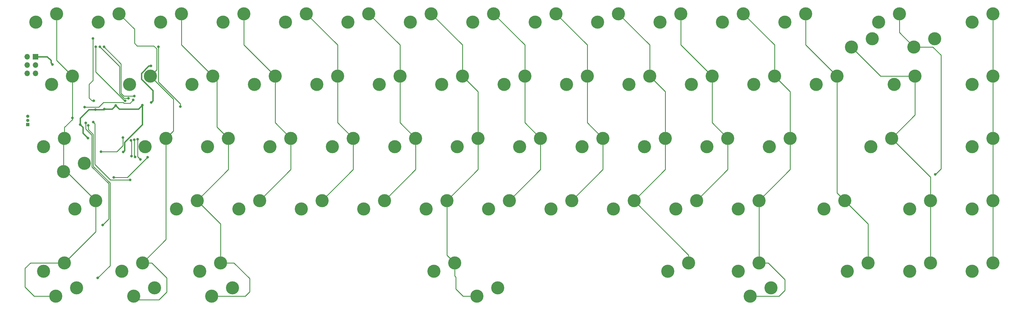
<source format=gtl>
G04 #@! TF.GenerationSoftware,KiCad,Pcbnew,(6.0.0-0)*
G04 #@! TF.CreationDate,2022-07-22T22:21:07+01:00*
G04 #@! TF.ProjectId,bakeneko-65-pcb,62616b65-6e65-46b6-9f2d-36352d706362,rev?*
G04 #@! TF.SameCoordinates,Original*
G04 #@! TF.FileFunction,Copper,L1,Top*
G04 #@! TF.FilePolarity,Positive*
%FSLAX46Y46*%
G04 Gerber Fmt 4.6, Leading zero omitted, Abs format (unit mm)*
G04 Created by KiCad (PCBNEW (6.0.0-0)) date 2022-07-22 22:21:07*
%MOMM*%
%LPD*%
G01*
G04 APERTURE LIST*
G04 #@! TA.AperFunction,ComponentPad*
%ADD10R,1.000000X1.000000*%
G04 #@! TD*
G04 #@! TA.AperFunction,ComponentPad*
%ADD11O,1.000000X1.000000*%
G04 #@! TD*
G04 #@! TA.AperFunction,ComponentPad*
%ADD12O,1.700000X1.700000*%
G04 #@! TD*
G04 #@! TA.AperFunction,ComponentPad*
%ADD13R,1.700000X1.700000*%
G04 #@! TD*
G04 #@! TA.AperFunction,ComponentPad*
%ADD14C,4.000000*%
G04 #@! TD*
G04 #@! TA.AperFunction,ViaPad*
%ADD15C,0.800000*%
G04 #@! TD*
G04 #@! TA.AperFunction,Conductor*
%ADD16C,0.381000*%
G04 #@! TD*
G04 #@! TA.AperFunction,Conductor*
%ADD17C,0.250000*%
G04 #@! TD*
G04 APERTURE END LIST*
D10*
X2730000Y-37850000D03*
D11*
X2730000Y-36580000D03*
X2730000Y-35310000D03*
D12*
X2535000Y-22155000D03*
X5075000Y-22155000D03*
X2535000Y-19615000D03*
X5075000Y-19615000D03*
X2535000Y-17075000D03*
D13*
X5075000Y-17075000D03*
D14*
X5190000Y-6460000D03*
X11540000Y-3920000D03*
X24240000Y-6460000D03*
X30590000Y-3920000D03*
X43290000Y-6460000D03*
X49640000Y-3920000D03*
X62340000Y-6460000D03*
X68690000Y-3920000D03*
X81390000Y-6460000D03*
X87740000Y-3920000D03*
X100440000Y-6460000D03*
X106790000Y-3920000D03*
X119490000Y-6460000D03*
X125840000Y-3920000D03*
X157590000Y-6460000D03*
X163940000Y-3920000D03*
X176640000Y-6460000D03*
X182990000Y-3920000D03*
X195690000Y-6460000D03*
X202040000Y-3920000D03*
X214740000Y-6460000D03*
X221090000Y-3920000D03*
X233790000Y-6460000D03*
X240140000Y-3920000D03*
X260460000Y-11540000D03*
X254110000Y-14080000D03*
X262365000Y-6460000D03*
X268715000Y-3920000D03*
X9952500Y-25510000D03*
X16302500Y-22970000D03*
X33765000Y-25510000D03*
X40115000Y-22970000D03*
X52815000Y-25510000D03*
X59165000Y-22970000D03*
X71865000Y-25510000D03*
X78215000Y-22970000D03*
X90915000Y-25510000D03*
X97265000Y-22970000D03*
X109965000Y-25510000D03*
X116315000Y-22970000D03*
X129015000Y-25510000D03*
X135365000Y-22970000D03*
X148065000Y-25510000D03*
X154415000Y-22970000D03*
X167115000Y-25510000D03*
X173465000Y-22970000D03*
X186165000Y-25510000D03*
X192515000Y-22970000D03*
X205215000Y-25510000D03*
X211565000Y-22970000D03*
X224265000Y-25510000D03*
X230615000Y-22970000D03*
X243315000Y-25510000D03*
X249665000Y-22970000D03*
X267127500Y-25510000D03*
X273477500Y-22970000D03*
X290940000Y-25510000D03*
X297290000Y-22970000D03*
X7571250Y-44560000D03*
X13921250Y-42020000D03*
X19953750Y-49640000D03*
X13603750Y-52180000D03*
X38527500Y-44560000D03*
X44877500Y-42020000D03*
X57577500Y-44560000D03*
X63927500Y-42020000D03*
X76627500Y-44560000D03*
X82977500Y-42020000D03*
X95677500Y-44560000D03*
X102027500Y-42020000D03*
X114727500Y-44560000D03*
X121077500Y-42020000D03*
X133777500Y-44560000D03*
X140127500Y-42020000D03*
X152827500Y-44560000D03*
X159177500Y-42020000D03*
X171877500Y-44560000D03*
X178227500Y-42020000D03*
X190927500Y-44560000D03*
X197277500Y-42020000D03*
X209977500Y-44560000D03*
X216327500Y-42020000D03*
X229027500Y-44560000D03*
X235377500Y-42020000D03*
X259983750Y-44560000D03*
X266333750Y-42020000D03*
X290940000Y-44560000D03*
X297290000Y-42020000D03*
X17096250Y-63610000D03*
X23446250Y-61070000D03*
X48052500Y-63610000D03*
X54402500Y-61070000D03*
X67102500Y-63610000D03*
X73452500Y-61070000D03*
X86152500Y-63610000D03*
X92502500Y-61070000D03*
X105202500Y-63610000D03*
X111552500Y-61070000D03*
X124252500Y-63610000D03*
X130602500Y-61070000D03*
X143302500Y-63610000D03*
X149652500Y-61070000D03*
X162352500Y-63610000D03*
X168702500Y-61070000D03*
X181402500Y-63610000D03*
X187752500Y-61070000D03*
X200452500Y-63610000D03*
X206802500Y-61070000D03*
X219502500Y-63610000D03*
X225852500Y-61070000D03*
X245696250Y-63610000D03*
X252046250Y-61070000D03*
X271890000Y-63610000D03*
X278240000Y-61070000D03*
X290940000Y-63610000D03*
X297290000Y-61070000D03*
X17572500Y-87740000D03*
X11222500Y-90280000D03*
X41385000Y-87740000D03*
X35035000Y-90280000D03*
X65197500Y-87740000D03*
X58847500Y-90280000D03*
X198071250Y-82660000D03*
X204421250Y-80120000D03*
X219502500Y-82660000D03*
X225852500Y-80120000D03*
X252840000Y-82660000D03*
X259190000Y-80120000D03*
X271890000Y-82660000D03*
X278240000Y-80120000D03*
X290940000Y-82660000D03*
X297290000Y-80120000D03*
X229503750Y-87740000D03*
X223153750Y-90280000D03*
X146160000Y-87740000D03*
X139810000Y-90280000D03*
X138540000Y-6460000D03*
X144890000Y-3920000D03*
X290940000Y-6460000D03*
X297290000Y-3920000D03*
X279510000Y-11540000D03*
X273160000Y-14080000D03*
X7571250Y-82660000D03*
X13921250Y-80120000D03*
X31383750Y-82660000D03*
X37733750Y-80120000D03*
X55196250Y-82660000D03*
X61546250Y-80120000D03*
X126633750Y-82660000D03*
X132983750Y-80120000D03*
D15*
X18740000Y-37840000D03*
X40277500Y-19880000D03*
X10251485Y-19431484D03*
X40375844Y-31079905D03*
X25050000Y-46150000D03*
X31750000Y-41800000D03*
X22603750Y-11443750D03*
X22893750Y-30565000D03*
X34900000Y-30310000D03*
X20100000Y-32460000D03*
X28943750Y-53970000D03*
X39300000Y-47800000D03*
X25550000Y-68550000D03*
X20428615Y-37288615D03*
X24087500Y-84737500D03*
X21153115Y-38034250D03*
X49249145Y-32284605D03*
X42553750Y-14020002D03*
X33475734Y-29774500D03*
X24710000Y-14020002D03*
X32450000Y-30550000D03*
X23460000Y-14020002D03*
X25960000Y-14020002D03*
X35200000Y-29050000D03*
X16302500Y-35811250D03*
X33944842Y-54755158D03*
X22650000Y-37034250D03*
X34224020Y-42656576D03*
X34405171Y-47444829D03*
X35206034Y-42470422D03*
X35480103Y-47701331D03*
X279650000Y-53050000D03*
X36239800Y-42335884D03*
X37050000Y-48500000D03*
X21050000Y-41950000D03*
X23350000Y-33250000D03*
X26050000Y-33100000D03*
X37720180Y-31870180D03*
X31844453Y-46155547D03*
X29561413Y-32011413D03*
D16*
X21350000Y-33250000D02*
X23350000Y-33250000D01*
X18740000Y-37840000D02*
X18740000Y-35860000D01*
X19550000Y-40450000D02*
X21050000Y-41950000D01*
X18740000Y-35860000D02*
X21350000Y-33250000D01*
X18740000Y-37840000D02*
X19550000Y-38650000D01*
X19550000Y-38650000D02*
X19550000Y-40450000D01*
X8655000Y-17075000D02*
X9790000Y-18210000D01*
D17*
X31750000Y-41800000D02*
X31750000Y-44250000D01*
D16*
X37400000Y-23900000D02*
X37400000Y-22147783D01*
X9790000Y-18210000D02*
X9790000Y-18969999D01*
X40887500Y-30568249D02*
X40887500Y-27387500D01*
D17*
X31750000Y-44250000D02*
X29850000Y-46150000D01*
D16*
X5075000Y-17075000D02*
X8655000Y-17075000D01*
D17*
X29850000Y-46150000D02*
X25050000Y-46150000D01*
D16*
X40375844Y-31079905D02*
X40887500Y-30568249D01*
X9790000Y-18969999D02*
X10251485Y-19431484D01*
X39667783Y-19880000D02*
X40277500Y-19880000D01*
X37400000Y-22147783D02*
X39667783Y-19880000D01*
X40887500Y-27387500D02*
X37400000Y-23900000D01*
D17*
X21460000Y-29696935D02*
X22328065Y-30565000D01*
X21460000Y-25480000D02*
X21460000Y-29696935D01*
X22603750Y-24336250D02*
X21460000Y-25480000D01*
X22603750Y-11443750D02*
X22603750Y-24336250D01*
X22328065Y-30565000D02*
X22893750Y-30565000D01*
X20100000Y-32460000D02*
X24367723Y-32460000D01*
X33935489Y-31274511D02*
X34900000Y-30310000D01*
X25827723Y-31000000D02*
X31827723Y-31000000D01*
X32102234Y-31274511D02*
X33935489Y-31274511D01*
X24367723Y-32460000D02*
X25827723Y-31000000D01*
X31827723Y-31000000D02*
X32102234Y-31274511D01*
X39300000Y-47800000D02*
X33130000Y-53970000D01*
X33130000Y-53970000D02*
X28943750Y-53970000D01*
X27400480Y-55877985D02*
X22278261Y-50755766D01*
X22278261Y-50755766D02*
X22278261Y-41028261D01*
X20428615Y-39178615D02*
X20428615Y-37288615D01*
X22278261Y-41028261D02*
X20428615Y-39178615D01*
X27400480Y-66699520D02*
X27400480Y-55877985D01*
X25550000Y-68550000D02*
X27400480Y-66699520D01*
X21153115Y-39267397D02*
X22727781Y-40842064D01*
X22727781Y-50569568D02*
X27850000Y-55691787D01*
X27850000Y-80975000D02*
X24087500Y-84737500D01*
X21153115Y-38034250D02*
X21153115Y-39267397D01*
X27850000Y-55691787D02*
X27850000Y-80975000D01*
X22727781Y-40842064D02*
X22727781Y-50569568D01*
X42553750Y-14020002D02*
X42553750Y-24755000D01*
X49249145Y-31450395D02*
X49249145Y-32284605D01*
X42553750Y-24755000D02*
X49249145Y-31450395D01*
X33475734Y-29774500D02*
X32103766Y-29774500D01*
X30749520Y-28420254D02*
X30749520Y-20059522D01*
X30749520Y-20059522D02*
X24710000Y-14020002D01*
X32103766Y-29774500D02*
X30749520Y-28420254D01*
X23460000Y-21766452D02*
X23460000Y-14020002D01*
X32243548Y-30550000D02*
X23460000Y-21766452D01*
X32450000Y-30550000D02*
X32243548Y-30550000D01*
X31199040Y-28234057D02*
X31199040Y-19259042D01*
X31199040Y-19259042D02*
X25960000Y-14020002D01*
X35200000Y-29050000D02*
X32975017Y-29050000D01*
X32975017Y-29050000D02*
X32975006Y-29050011D01*
X32975006Y-29050011D02*
X32014994Y-29050011D01*
X32014994Y-29050011D02*
X31199040Y-28234057D01*
X4670000Y-90280000D02*
X11222500Y-90280000D01*
X13921250Y-80120000D02*
X3540000Y-80120000D01*
X16302500Y-22970000D02*
X16302500Y-35811250D01*
X11540000Y-3920000D02*
X11540000Y-18207500D01*
X13603750Y-42337500D02*
X13921250Y-42020000D01*
X23446250Y-61070000D02*
X14556250Y-52180000D01*
X14556250Y-52180000D02*
X13603750Y-52180000D01*
X3540000Y-80120000D02*
X1890000Y-81770000D01*
X23446250Y-70595000D02*
X13921250Y-80120000D01*
X1890000Y-81770000D02*
X1890000Y-87500000D01*
X1890000Y-87500000D02*
X4670000Y-90280000D01*
X13603750Y-52180000D02*
X13603750Y-42337500D01*
X11540000Y-18207500D02*
X16302500Y-22970000D01*
X16302500Y-35811250D02*
X16302500Y-36257515D01*
X13921250Y-42020000D02*
X13921250Y-38638765D01*
X13921250Y-38638765D02*
X16302500Y-36257515D01*
X23446250Y-61070000D02*
X23446250Y-70595000D01*
X41153750Y-13730000D02*
X42065000Y-14641250D01*
X30590000Y-3920000D02*
X35278750Y-8608750D01*
X36078750Y-13730000D02*
X41153750Y-13730000D01*
X40115000Y-22970000D02*
X42065000Y-21020000D01*
X37733750Y-80120000D02*
X44877500Y-72976250D01*
X40562177Y-80120000D02*
X37733750Y-80120000D01*
X42065000Y-21020000D02*
X42065000Y-15693750D01*
X35278750Y-12930000D02*
X36078750Y-13730000D01*
X45150000Y-84707823D02*
X40562177Y-80120000D01*
X47140000Y-39757500D02*
X47140000Y-29995000D01*
X42740000Y-91410000D02*
X45150000Y-89000000D01*
X44877500Y-42020000D02*
X47140000Y-39757500D01*
X47140000Y-29995000D02*
X40115000Y-22970000D01*
X35035000Y-90280000D02*
X36165000Y-91410000D01*
X44877500Y-72976250D02*
X44877500Y-42020000D01*
X36165000Y-91410000D02*
X42740000Y-91410000D01*
X45150000Y-89000000D02*
X45150000Y-84707823D01*
X42065000Y-15693750D02*
X42065000Y-15395000D01*
X42065000Y-14641250D02*
X42065000Y-15693750D01*
X35278750Y-8608750D02*
X35278750Y-12930000D01*
X33944842Y-54755158D02*
X27955158Y-54755158D01*
X23177301Y-49977301D02*
X23177301Y-37561551D01*
X58847500Y-90280000D02*
X69080000Y-90280000D01*
X69080000Y-90280000D02*
X70440000Y-88920000D01*
X70440000Y-84900000D02*
X65660000Y-80120000D01*
X49640000Y-3920000D02*
X49640000Y-13445000D01*
X70440000Y-88920000D02*
X70440000Y-84900000D01*
X23177301Y-37561551D02*
X22650000Y-37034250D01*
X63927500Y-51545000D02*
X63927500Y-42020000D01*
X49640000Y-13445000D02*
X59165000Y-22970000D01*
X59165000Y-22970000D02*
X60490000Y-24295000D01*
X27955158Y-54755158D02*
X23177301Y-49977301D01*
X61546250Y-80120000D02*
X61546250Y-68213750D01*
X61546250Y-68213750D02*
X54402500Y-61070000D01*
X65660000Y-80120000D02*
X61546250Y-80120000D01*
X60490000Y-24295000D02*
X60490000Y-38582500D01*
X60490000Y-38582500D02*
X63927500Y-42020000D01*
X54402500Y-61070000D02*
X63927500Y-51545000D01*
X68690000Y-3920000D02*
X68690000Y-13445000D01*
X82977500Y-42020000D02*
X78215000Y-37257500D01*
X82977500Y-42020000D02*
X82977500Y-51545000D01*
X78215000Y-37257500D02*
X78215000Y-22970000D01*
X82977500Y-51545000D02*
X73452500Y-61070000D01*
X68690000Y-13445000D02*
X78215000Y-22970000D01*
X102027500Y-42020000D02*
X97265000Y-37257500D01*
X102027500Y-51545000D02*
X102027500Y-42020000D01*
X92502500Y-61070000D02*
X102027500Y-51545000D01*
X87740000Y-3920000D02*
X97265000Y-13445000D01*
X97265000Y-37257500D02*
X97265000Y-22970000D01*
X97265000Y-13445000D02*
X97265000Y-22970000D01*
X116315000Y-37257500D02*
X121077500Y-42020000D01*
X121077500Y-51545000D02*
X111552500Y-61070000D01*
X106790000Y-3920000D02*
X116315000Y-13445000D01*
X116315000Y-13445000D02*
X116315000Y-22970000D01*
X116315000Y-22970000D02*
X116315000Y-37257500D01*
X121077500Y-42020000D02*
X121077500Y-51545000D01*
X130602500Y-77738750D02*
X132983750Y-80120000D01*
X132983750Y-84140017D02*
X133350000Y-84506267D01*
X140127500Y-51545000D02*
X140127500Y-42020000D01*
X132983750Y-80120000D02*
X132983750Y-84140017D01*
X130602500Y-61070000D02*
X130602500Y-77738750D01*
X140127500Y-42020000D02*
X140127500Y-27732500D01*
X135523750Y-90280000D02*
X139810000Y-90280000D01*
X135365000Y-13445000D02*
X125840000Y-3920000D01*
X135365000Y-22970000D02*
X135365000Y-13445000D01*
X133350000Y-84506267D02*
X133350000Y-88106250D01*
X130602500Y-61070000D02*
X140127500Y-51545000D01*
X140127500Y-27732500D02*
X135365000Y-22970000D01*
X133350000Y-88106250D02*
X135523750Y-90280000D01*
X154415000Y-37257500D02*
X159177500Y-42020000D01*
X154415000Y-22970000D02*
X154415000Y-13445000D01*
X159177500Y-42020000D02*
X159177500Y-51545000D01*
X154415000Y-13445000D02*
X144890000Y-3920000D01*
X159177500Y-51545000D02*
X149652500Y-61070000D01*
X154415000Y-22970000D02*
X154415000Y-37257500D01*
X173465000Y-13445000D02*
X173465000Y-22970000D01*
X173465000Y-37257500D02*
X173465000Y-22970000D01*
X163940000Y-3920000D02*
X173465000Y-13445000D01*
X168702500Y-61070000D02*
X178227500Y-51545000D01*
X178227500Y-42020000D02*
X173465000Y-37257500D01*
X178227500Y-51545000D02*
X178227500Y-42020000D01*
X204421250Y-77738750D02*
X187752500Y-61070000D01*
X197277500Y-51545000D02*
X197277500Y-42020000D01*
X197277500Y-42020000D02*
X197277500Y-27732500D01*
X192515000Y-22970000D02*
X192515000Y-13445000D01*
X197277500Y-27732500D02*
X192515000Y-22970000D01*
X204421250Y-80120000D02*
X204421250Y-77738750D01*
X187752500Y-61070000D02*
X197277500Y-51545000D01*
X192515000Y-13445000D02*
X182990000Y-3920000D01*
X202040000Y-3920000D02*
X202040000Y-13445000D01*
X202040000Y-13445000D02*
X211565000Y-22970000D01*
X211565000Y-37257500D02*
X216327500Y-42020000D01*
X216327500Y-51545000D02*
X206802500Y-61070000D01*
X216327500Y-42020000D02*
X216327500Y-51545000D01*
X211565000Y-22970000D02*
X211565000Y-37257500D01*
X230615000Y-13445000D02*
X221090000Y-3920000D01*
X233750000Y-85189073D02*
X233750000Y-88500000D01*
X231970000Y-90280000D02*
X223153750Y-90280000D01*
X233750000Y-88500000D02*
X231970000Y-90280000D01*
X235377500Y-51545000D02*
X235377500Y-42020000D01*
X225852500Y-80120000D02*
X228680927Y-80120000D01*
X235377500Y-27732500D02*
X230615000Y-22970000D01*
X228680927Y-80120000D02*
X233750000Y-85189073D01*
X235377500Y-42020000D02*
X235377500Y-27732500D01*
X225852500Y-80120000D02*
X225852500Y-61070000D01*
X230615000Y-22970000D02*
X230615000Y-13445000D01*
X225852500Y-61070000D02*
X235377500Y-51545000D01*
X240140000Y-3920000D02*
X240140000Y-13445000D01*
X252046250Y-61070000D02*
X259190000Y-68213750D01*
X249665000Y-22970000D02*
X249665000Y-58688750D01*
X259190000Y-68213750D02*
X259190000Y-80120000D01*
X240140000Y-13445000D02*
X249665000Y-22970000D01*
X249665000Y-58688750D02*
X252046250Y-61070000D01*
X273477500Y-22970000D02*
X263000000Y-22970000D01*
X278240000Y-80120000D02*
X278240000Y-61070000D01*
X263000000Y-22970000D02*
X254110000Y-14080000D01*
X34405171Y-47444829D02*
X34350000Y-47389658D01*
X266333750Y-42020000D02*
X273477500Y-34876250D01*
X34350000Y-47389658D02*
X34350000Y-42782556D01*
X34350000Y-42782556D02*
X34224020Y-42656576D01*
X278240000Y-53926250D02*
X266333750Y-42020000D01*
X273477500Y-34876250D02*
X273477500Y-22970000D01*
X278240000Y-61070000D02*
X278240000Y-53926250D01*
X281400000Y-51400000D02*
X281400000Y-16550000D01*
X279650000Y-53050000D02*
X279750000Y-53050000D01*
X281400000Y-16550000D02*
X278930000Y-14080000D01*
X35206034Y-47427262D02*
X35206034Y-42470422D01*
X279750000Y-53050000D02*
X281400000Y-51400000D01*
X268715000Y-9635000D02*
X268715000Y-3920000D01*
X273160000Y-14080000D02*
X268715000Y-9635000D01*
X35480103Y-47701331D02*
X35206034Y-47427262D01*
X278930000Y-14080000D02*
X273160000Y-14080000D01*
X297290000Y-42020000D02*
X297290000Y-61070000D01*
X37050000Y-48500000D02*
X36202989Y-47652989D01*
X36202989Y-47652989D02*
X36202989Y-42372695D01*
X297290000Y-22970000D02*
X297290000Y-42020000D01*
X297290000Y-61070000D02*
X297290000Y-80120000D01*
X36202989Y-42372695D02*
X36239800Y-42335884D01*
X297290000Y-3920000D02*
X297290000Y-22970000D01*
D16*
X30650000Y-33100000D02*
X29561413Y-32011413D01*
X26050000Y-33100000D02*
X25900000Y-33250000D01*
X28472826Y-33100000D02*
X26050000Y-33100000D01*
X32265020Y-43234980D02*
X37720180Y-37779820D01*
X29561413Y-32011413D02*
X28472826Y-33100000D01*
X32265020Y-45734980D02*
X32265020Y-43234980D01*
X37720180Y-31870180D02*
X36490360Y-33100000D01*
X36490360Y-33100000D02*
X30650000Y-33100000D01*
X31844453Y-46155547D02*
X32265020Y-45734980D01*
X25900000Y-33250000D02*
X23350000Y-33250000D01*
X37720180Y-37779820D02*
X37720180Y-31870180D01*
M02*

</source>
